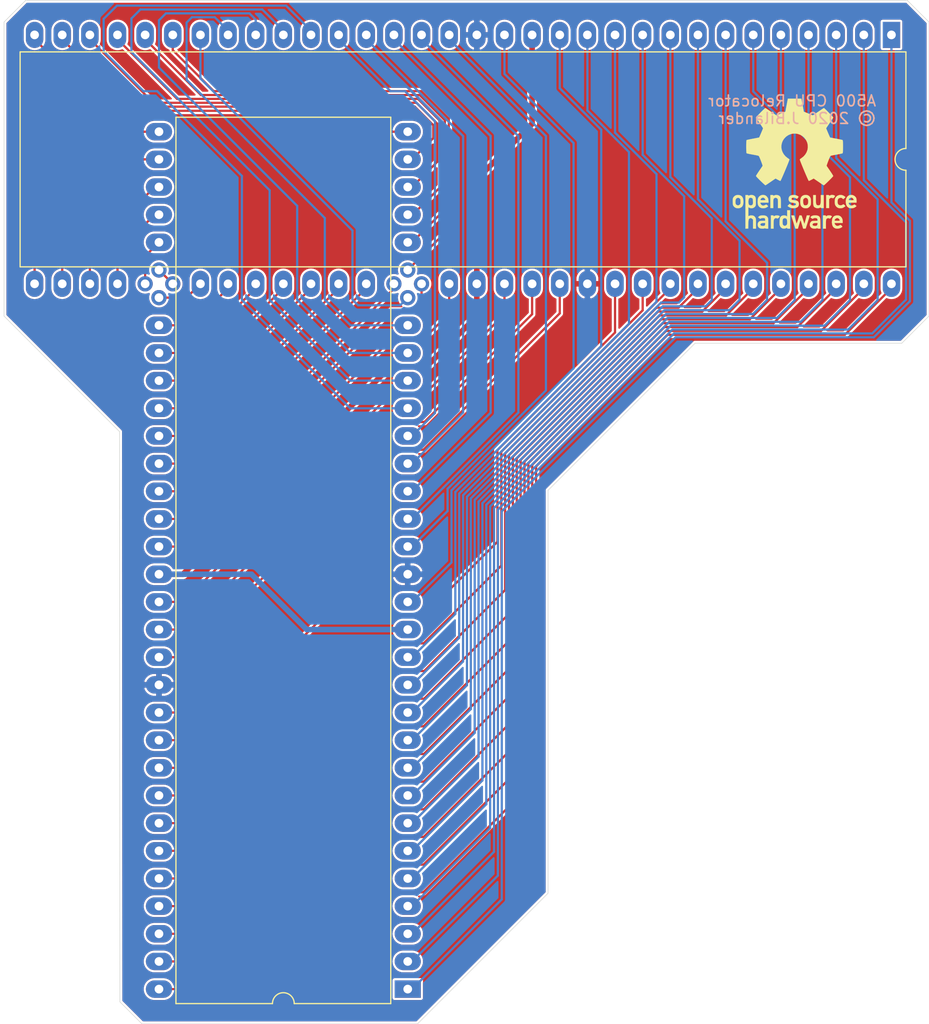
<source format=kicad_pcb>
(kicad_pcb (version 20171130) (host pcbnew "(5.1.2-1)-1")
  (layers (0 F.Cu signal) (31 B.Cu signal) (34 B.Paste user) (35 F.Paste user) (36 B.SilkS user) (37 F.SilkS user) (38 B.Mask user) (39 F.Mask user) (44 Edge.Cuts user))
  (net 0 "")
  (net 1 CLK)
  (net 2 D5)
  (net 3 A4)
  (net 4 D6)
  (net 5 A3)
  (net 6 D7)
  (net 7 A2)
  (net 8 D8)
  (net 9 A1)
  (net 10 D9)
  (net 11 FC0)
  (net 12 D10)
  (net 13 FC1)
  (net 14 D11)
  (net 15 FC2)
  (net 16 D12)
  (net 17 IPL0)
  (net 18 D13)
  (net 19 IPL1)
  (net 20 D14)
  (net 21 IPL2)
  (net 22 D15)
  (net 23 BERR)
  (net 24 GND)
  (net 25 VPA)
  (net 26 A23)
  (net 27 E)
  (net 28 A22)
  (net 29 VMA)
  (net 30 A21)
  (net 31 RESET)
  (net 32 VCC)
  (net 33 HALT)
  (net 34 A20)
  (net 35 A19)
  (net 36 A18)
  (net 37 A17)
  (net 38 BR)
  (net 39 A16)
  (net 40 BGACK)
  (net 41 A15)
  (net 42 BG)
  (net 43 A14)
  (net 44 DTACK)
  (net 45 A13)
  (net 46 RW)
  (net 47 A12)
  (net 48 LDS)
  (net 49 A11)
  (net 50 UDS)
  (net 51 A10)
  (net 52 AS)
  (net 53 A9)
  (net 54 D0)
  (net 55 A8)
  (net 56 D1)
  (net 57 A7)
  (net 58 D2)
  (net 59 A6)
  (net 60 D3)
  (net 61 A5)
  (net 62 D4)
  (module Package_DIP:DIP-64_W22.86mm_LongPads (layer F.Cu) (at 195.55 53.18 270)
    (fp_text reference U2 hide)
    (fp_text value 68000_shunt)
    (pad 1 thru_hole rect (at 0 0 270) (size 2.4 1.6) (drill 0.8) (layers *.Cu *.Mask) (net 62 D4))
    (pad 33 thru_hole oval (at 22.86 78.74 270) (size 2.4 1.6) (drill 0.8) (layers *.Cu *.Mask) (net 61 A5))
    (pad 2 thru_hole oval (at 0 2.54 270) (size 2.4 1.6) (drill 0.8) (layers *.Cu *.Mask) (net 60 D3))
    (pad 34 thru_hole oval (at 22.86 76.2 270) (size 2.4 1.6) (drill 0.8) (layers *.Cu *.Mask) (net 59 A6))
    (pad 3 thru_hole oval (at 0 5.08 270) (size 2.4 1.6) (drill 0.8) (layers *.Cu *.Mask) (net 58 D2))
    (pad 35 thru_hole oval (at 22.86 73.66 270) (size 2.4 1.6) (drill 0.8) (layers *.Cu *.Mask) (net 57 A7))
    (pad 4 thru_hole oval (at 0 7.62 270) (size 2.4 1.6) (drill 0.8) (layers *.Cu *.Mask) (net 56 D1))
    (pad 36 thru_hole oval (at 22.86 71.12 270) (size 2.4 1.6) (drill 0.8) (layers *.Cu *.Mask) (net 55 A8))
    (pad 5 thru_hole oval (at 0 10.16 270) (size 2.4 1.6) (drill 0.8) (layers *.Cu *.Mask) (net 54 D0))
    (pad 37 thru_hole oval (at 22.86 68.58 270) (size 1.4 1.4) (drill 0.8) (layers *.Cu *.Mask) (net 53 A9))
    (pad 6 thru_hole oval (at 0 12.7 270) (size 2.4 1.6) (drill 0.8) (layers *.Cu *.Mask) (net 52 AS))
    (pad 38 thru_hole oval (at 22.86 66.04 270) (size 1.4 1.4) (drill 0.8) (layers *.Cu *.Mask) (net 51 A10))
    (pad 7 thru_hole oval (at 0 15.24 270) (size 2.4 1.6) (drill 0.8) (layers *.Cu *.Mask) (net 50 UDS))
    (pad 39 thru_hole oval (at 22.86 63.5 270) (size 2.4 1.6) (drill 0.8) (layers *.Cu *.Mask) (net 49 A11))
    (pad 8 thru_hole oval (at 0 17.78 270) (size 2.4 1.6) (drill 0.8) (layers *.Cu *.Mask) (net 48 LDS))
    (pad 40 thru_hole oval (at 22.86 60.96 270) (size 2.4 1.6) (drill 0.8) (layers *.Cu *.Mask) (net 47 A12))
    (pad 9 thru_hole oval (at 0 20.32 270) (size 2.4 1.6) (drill 0.8) (layers *.Cu *.Mask) (net 46 RW))
    (pad 41 thru_hole oval (at 22.86 58.42 270) (size 2.4 1.6) (drill 0.8) (layers *.Cu *.Mask) (net 45 A13))
    (pad 10 thru_hole oval (at 0 22.86 270) (size 2.4 1.6) (drill 0.8) (layers *.Cu *.Mask) (net 44 DTACK))
    (pad 42 thru_hole oval (at 22.86 55.88 270) (size 2.4 1.6) (drill 0.8) (layers *.Cu *.Mask) (net 43 A14))
    (pad 11 thru_hole oval (at 0 25.4 270) (size 2.4 1.6) (drill 0.8) (layers *.Cu *.Mask) (net 42 BG))
    (pad 43 thru_hole oval (at 22.86 53.34 270) (size 2.4 1.6) (drill 0.8) (layers *.Cu *.Mask) (net 41 A15))
    (pad 12 thru_hole oval (at 0 27.94 270) (size 2.4 1.6) (drill 0.8) (layers *.Cu *.Mask) (net 40 BGACK))
    (pad 44 thru_hole oval (at 22.86 50.8 270) (size 2.4 1.6) (drill 0.8) (layers *.Cu *.Mask) (net 39 A16))
    (pad 13 thru_hole oval (at 0 30.48 270) (size 2.4 1.6) (drill 0.8) (layers *.Cu *.Mask) (net 38 BR))
    (pad 45 thru_hole oval (at 22.86 48.26 270) (size 2.4 1.6) (drill 0.8) (layers *.Cu *.Mask) (net 37 A17))
    (pad 14 thru_hole oval (at 0 33.02 270) (size 2.4 1.6) (drill 0.8) (layers *.Cu *.Mask) (net 32 VCC))
    (pad 46 thru_hole oval (at 22.86 45.72 270) (size 1.4 1.4) (drill 0.8) (layers *.Cu *.Mask) (net 36 A18))
    (pad 15 thru_hole oval (at 0 35.56 270) (size 2.4 1.6) (drill 0.8) (layers *.Cu *.Mask) (net 1 CLK))
    (pad 47 thru_hole oval (at 22.86 43.18 270) (size 1.4 1.4) (drill 0.8) (layers *.Cu *.Mask) (net 35 A19))
    (pad 16 thru_hole oval (at 0 38.1 270) (size 2.4 1.6) (drill 0.8) (layers *.Cu *.Mask) (net 24 GND))
    (pad 48 thru_hole oval (at 22.86 40.64 270) (size 2.4 1.6) (drill 0.8) (layers *.Cu *.Mask) (net 34 A20))
    (pad 17 thru_hole oval (at 0 40.64 270) (size 2.4 1.6) (drill 0.8) (layers *.Cu *.Mask) (net 33 HALT))
    (pad 49 thru_hole oval (at 22.86 38.1 270) (size 2.4 1.6) (drill 0.8) (layers *.Cu *.Mask) (net 32 VCC))
    (pad 18 thru_hole oval (at 0 43.18 270) (size 2.4 1.6) (drill 0.8) (layers *.Cu *.Mask) (net 31 RESET))
    (pad 50 thru_hole oval (at 22.86 35.56 270) (size 2.4 1.6) (drill 0.8) (layers *.Cu *.Mask) (net 30 A21))
    (pad 19 thru_hole oval (at 0 45.72 270) (size 2.4 1.6) (drill 0.8) (layers *.Cu *.Mask) (net 29 VMA))
    (pad 51 thru_hole oval (at 22.86 33.02 270) (size 2.4 1.6) (drill 0.8) (layers *.Cu *.Mask) (net 28 A22))
    (pad 20 thru_hole oval (at 0 48.26 270) (size 2.4 1.6) (drill 0.8) (layers *.Cu *.Mask) (net 27 E))
    (pad 52 thru_hole oval (at 22.86 30.48 270) (size 2.4 1.6) (drill 0.8) (layers *.Cu *.Mask) (net 26 A23))
    (pad 21 thru_hole oval (at 0 50.8 270) (size 2.4 1.6) (drill 0.8) (layers *.Cu *.Mask) (net 25 VPA))
    (pad 53 thru_hole oval (at 22.86 27.94 270) (size 2.4 1.6) (drill 0.8) (layers *.Cu *.Mask) (net 24 GND))
    (pad 22 thru_hole oval (at 0 53.34 270) (size 2.4 1.6) (drill 0.8) (layers *.Cu *.Mask) (net 23 BERR))
    (pad 54 thru_hole oval (at 22.86 25.4 270) (size 2.4 1.6) (drill 0.8) (layers *.Cu *.Mask) (net 22 D15))
    (pad 23 thru_hole oval (at 0 55.88 270) (size 2.4 1.6) (drill 0.8) (layers *.Cu *.Mask) (net 21 IPL2))
    (pad 55 thru_hole oval (at 22.86 22.86 270) (size 2.4 1.6) (drill 0.8) (layers *.Cu *.Mask) (net 20 D14))
    (pad 24 thru_hole oval (at 0 58.42 270) (size 2.4 1.6) (drill 0.8) (layers *.Cu *.Mask) (net 19 IPL1))
    (pad 56 thru_hole oval (at 22.86 20.32 270) (size 2.4 1.6) (drill 0.8) (layers *.Cu *.Mask) (net 18 D13))
    (pad 25 thru_hole oval (at 0 60.96 270) (size 2.4 1.6) (drill 0.8) (layers *.Cu *.Mask) (net 17 IPL0))
    (pad 57 thru_hole oval (at 22.86 17.78 270) (size 2.4 1.6) (drill 0.8) (layers *.Cu *.Mask) (net 16 D12))
    (pad 26 thru_hole oval (at 0 63.5 270) (size 2.4 1.6) (drill 0.8) (layers *.Cu *.Mask) (net 15 FC2))
    (pad 58 thru_hole oval (at 22.86 15.24 270) (size 2.4 1.6) (drill 0.8) (layers *.Cu *.Mask) (net 14 D11))
    (pad 27 thru_hole oval (at 0 66.04 270) (size 2.4 1.6) (drill 0.8) (layers *.Cu *.Mask) (net 13 FC1))
    (pad 59 thru_hole oval (at 22.86 12.7 270) (size 2.4 1.6) (drill 0.8) (layers *.Cu *.Mask) (net 12 D10))
    (pad 28 thru_hole oval (at 0 68.58 270) (size 2.4 1.6) (drill 0.8) (layers *.Cu *.Mask) (net 11 FC0))
    (pad 60 thru_hole oval (at 22.86 10.16 270) (size 2.4 1.6) (drill 0.8) (layers *.Cu *.Mask) (net 10 D9))
    (pad 29 thru_hole oval (at 0 71.12 270) (size 2.4 1.6) (drill 0.8) (layers *.Cu *.Mask) (net 9 A1))
    (pad 61 thru_hole oval (at 22.86 7.62 270) (size 2.4 1.6) (drill 0.8) (layers *.Cu *.Mask) (net 8 D8))
    (pad 30 thru_hole oval (at 0 73.66 270) (size 2.4 1.6) (drill 0.8) (layers *.Cu *.Mask) (net 7 A2))
    (pad 62 thru_hole oval (at 22.86 5.08 270) (size 2.4 1.6) (drill 0.8) (layers *.Cu *.Mask) (net 6 D7))
    (pad 31 thru_hole oval (at 0 76.2 270) (size 2.4 1.6) (drill 0.8) (layers *.Cu *.Mask) (net 5 A3))
    (pad 63 thru_hole oval (at 22.86 2.54 270) (size 2.4 1.6) (drill 0.8) (layers *.Cu *.Mask) (net 4 D6))
    (pad 32 thru_hole oval (at 0 78.74 270) (size 2.4 1.6) (drill 0.8) (layers *.Cu *.Mask) (net 3 A4))
    (pad 64 thru_hole oval (at 22.86 0 270) (size 2.4 1.6) (drill 0.8) (layers *.Cu *.Mask) (net 2 D5))
  )
  (module Package_DIP:DIP-64_W22.86mm_LongPads (layer F.Cu) (at 151.1 140.81 180)
    (fp_text reference U1 hide)
    (fp_text value 68000D)
    (pad 64 thru_hole oval (at 22.86 0 180) (size 2.4 1.6) (drill 0.8) (layers *.Cu *.Mask) (net 2 D5))
    (pad 32 thru_hole oval (at 0 78.74 180) (size 2.4 1.6) (drill 0.8) (layers *.Cu *.Mask) (net 3 A4))
    (pad 63 thru_hole oval (at 22.86 2.54 180) (size 2.4 1.6) (drill 0.8) (layers *.Cu *.Mask) (net 4 D6))
    (pad 31 thru_hole oval (at 0 76.2 180) (size 2.4 1.6) (drill 0.8) (layers *.Cu *.Mask) (net 5 A3))
    (pad 62 thru_hole oval (at 22.86 5.08 180) (size 2.4 1.6) (drill 0.8) (layers *.Cu *.Mask) (net 6 D7))
    (pad 30 thru_hole oval (at 0 73.66 180) (size 2.4 1.6) (drill 0.8) (layers *.Cu *.Mask) (net 7 A2))
    (pad 61 thru_hole oval (at 22.86 7.62 180) (size 2.4 1.6) (drill 0.8) (layers *.Cu *.Mask) (net 8 D8))
    (pad 29 thru_hole oval (at 0 71.12 180) (size 2.4 1.6) (drill 0.8) (layers *.Cu *.Mask) (net 9 A1))
    (pad 60 thru_hole oval (at 22.86 10.16 180) (size 2.4 1.6) (drill 0.8) (layers *.Cu *.Mask) (net 10 D9))
    (pad 28 thru_hole oval (at 0 68.58 180) (size 2.4 1.6) (drill 0.8) (layers *.Cu *.Mask) (net 11 FC0))
    (pad 59 thru_hole oval (at 22.86 12.7 180) (size 2.4 1.6) (drill 0.8) (layers *.Cu *.Mask) (net 12 D10))
    (pad 27 thru_hole oval (at 0 66.04 180) (size 1.4 1.4) (drill 0.8) (layers *.Cu *.Mask) (net 13 FC1))
    (pad 58 thru_hole oval (at 22.86 15.24 180) (size 2.4 1.6) (drill 0.8) (layers *.Cu *.Mask) (net 14 D11))
    (pad 26 thru_hole oval (at 0 63.5 180) (size 1.4 1.4) (drill 0.8) (layers *.Cu *.Mask) (net 15 FC2))
    (pad 57 thru_hole oval (at 22.86 17.78 180) (size 2.4 1.6) (drill 0.8) (layers *.Cu *.Mask) (net 16 D12))
    (pad 25 thru_hole oval (at 0 60.96 180) (size 2.4 1.6) (drill 0.8) (layers *.Cu *.Mask) (net 17 IPL0))
    (pad 56 thru_hole oval (at 22.86 20.32 180) (size 2.4 1.6) (drill 0.8) (layers *.Cu *.Mask) (net 18 D13))
    (pad 24 thru_hole oval (at 0 58.42 180) (size 2.4 1.6) (drill 0.8) (layers *.Cu *.Mask) (net 19 IPL1))
    (pad 55 thru_hole oval (at 22.86 22.86 180) (size 2.4 1.6) (drill 0.8) (layers *.Cu *.Mask) (net 20 D14))
    (pad 23 thru_hole oval (at 0 55.88 180) (size 2.4 1.6) (drill 0.8) (layers *.Cu *.Mask) (net 21 IPL2))
    (pad 54 thru_hole oval (at 22.86 25.4 180) (size 2.4 1.6) (drill 0.8) (layers *.Cu *.Mask) (net 22 D15))
    (pad 22 thru_hole oval (at 0 53.34 180) (size 2.4 1.6) (drill 0.8) (layers *.Cu *.Mask) (net 23 BERR))
    (pad 53 thru_hole oval (at 22.86 27.94 180) (size 2.4 1.6) (drill 0.8) (layers *.Cu *.Mask) (net 24 GND))
    (pad 21 thru_hole oval (at 0 50.8 180) (size 2.4 1.6) (drill 0.8) (layers *.Cu *.Mask) (net 25 VPA))
    (pad 52 thru_hole oval (at 22.86 30.48 180) (size 2.4 1.6) (drill 0.8) (layers *.Cu *.Mask) (net 26 A23))
    (pad 20 thru_hole oval (at 0 48.26 180) (size 2.4 1.6) (drill 0.8) (layers *.Cu *.Mask) (net 27 E))
    (pad 51 thru_hole oval (at 22.86 33.02 180) (size 2.4 1.6) (drill 0.8) (layers *.Cu *.Mask) (net 28 A22))
    (pad 19 thru_hole oval (at 0 45.72 180) (size 2.4 1.6) (drill 0.8) (layers *.Cu *.Mask) (net 29 VMA))
    (pad 50 thru_hole oval (at 22.86 35.56 180) (size 2.4 1.6) (drill 0.8) (layers *.Cu *.Mask) (net 30 A21))
    (pad 18 thru_hole oval (at 0 43.18 180) (size 2.4 1.6) (drill 0.8) (layers *.Cu *.Mask) (net 31 RESET))
    (pad 49 thru_hole oval (at 22.86 38.1 180) (size 2.4 1.6) (drill 0.8) (layers *.Cu *.Mask) (net 32 VCC))
    (pad 17 thru_hole oval (at 0 40.64 180) (size 2.4 1.6) (drill 0.8) (layers *.Cu *.Mask) (net 33 HALT))
    (pad 48 thru_hole oval (at 22.86 40.64 180) (size 2.4 1.6) (drill 0.8) (layers *.Cu *.Mask) (net 34 A20))
    (pad 16 thru_hole oval (at 0 38.1 180) (size 2.4 1.6) (drill 0.8) (layers *.Cu *.Mask) (net 24 GND))
    (pad 47 thru_hole oval (at 22.86 43.18 180) (size 2.4 1.6) (drill 0.8) (layers *.Cu *.Mask) (net 35 A19))
    (pad 15 thru_hole oval (at 0 35.56 180) (size 2.4 1.6) (drill 0.8) (layers *.Cu *.Mask) (net 1 CLK))
    (pad 46 thru_hole oval (at 22.86 45.72 180) (size 2.4 1.6) (drill 0.8) (layers *.Cu *.Mask) (net 36 A18))
    (pad 14 thru_hole oval (at 0 33.02 180) (size 2.4 1.6) (drill 0.8) (layers *.Cu *.Mask) (net 32 VCC))
    (pad 45 thru_hole oval (at 22.86 48.26 180) (size 2.4 1.6) (drill 0.8) (layers *.Cu *.Mask) (net 37 A17))
    (pad 13 thru_hole oval (at 0 30.48 180) (size 2.4 1.6) (drill 0.8) (layers *.Cu *.Mask) (net 38 BR))
    (pad 44 thru_hole oval (at 22.86 50.8 180) (size 2.4 1.6) (drill 0.8) (layers *.Cu *.Mask) (net 39 A16))
    (pad 12 thru_hole oval (at 0 27.94 180) (size 2.4 1.6) (drill 0.8) (layers *.Cu *.Mask) (net 40 BGACK))
    (pad 43 thru_hole oval (at 22.86 53.34 180) (size 2.4 1.6) (drill 0.8) (layers *.Cu *.Mask) (net 41 A15))
    (pad 11 thru_hole oval (at 0 25.4 180) (size 2.4 1.6) (drill 0.8) (layers *.Cu *.Mask) (net 42 BG))
    (pad 42 thru_hole oval (at 22.86 55.88 180) (size 2.4 1.6) (drill 0.8) (layers *.Cu *.Mask) (net 43 A14))
    (pad 10 thru_hole oval (at 0 22.86 180) (size 2.4 1.6) (drill 0.8) (layers *.Cu *.Mask) (net 44 DTACK))
    (pad 41 thru_hole oval (at 22.86 58.42 180) (size 2.4 1.6) (drill 0.8) (layers *.Cu *.Mask) (net 45 A13))
    (pad 9 thru_hole oval (at 0 20.32 180) (size 2.4 1.6) (drill 0.8) (layers *.Cu *.Mask) (net 46 RW))
    (pad 40 thru_hole oval (at 22.86 60.96 180) (size 2.4 1.6) (drill 0.8) (layers *.Cu *.Mask) (net 47 A12))
    (pad 8 thru_hole oval (at 0 17.78 180) (size 2.4 1.6) (drill 0.8) (layers *.Cu *.Mask) (net 48 LDS))
    (pad 39 thru_hole oval (at 22.86 63.5 180) (size 1.4 1.4) (drill 0.8) (layers *.Cu *.Mask) (net 49 A11))
    (pad 7 thru_hole oval (at 0 15.24 180) (size 2.4 1.6) (drill 0.8) (layers *.Cu *.Mask) (net 50 UDS))
    (pad 38 thru_hole oval (at 22.86 66.04 180) (size 1.4 1.4) (drill 0.8) (layers *.Cu *.Mask) (net 51 A10))
    (pad 6 thru_hole oval (at 0 12.7 180) (size 2.4 1.6) (drill 0.8) (layers *.Cu *.Mask) (net 52 AS))
    (pad 37 thru_hole oval (at 22.86 68.58 180) (size 2.4 1.6) (drill 0.8) (layers *.Cu *.Mask) (net 53 A9))
    (pad 5 thru_hole oval (at 0 10.16 180) (size 2.4 1.6) (drill 0.8) (layers *.Cu *.Mask) (net 54 D0))
    (pad 36 thru_hole oval (at 22.86 71.12 180) (size 2.4 1.6) (drill 0.8) (layers *.Cu *.Mask) (net 55 A8))
    (pad 4 thru_hole oval (at 0 7.62 180) (size 2.4 1.6) (drill 0.8) (layers *.Cu *.Mask) (net 56 D1))
    (pad 35 thru_hole oval (at 22.86 73.66 180) (size 2.4 1.6) (drill 0.8) (layers *.Cu *.Mask) (net 57 A7))
    (pad 3 thru_hole oval (at 0 5.08 180) (size 2.4 1.6) (drill 0.8) (layers *.Cu *.Mask) (net 58 D2))
    (pad 34 thru_hole oval (at 22.86 76.2 180) (size 2.4 1.6) (drill 0.8) (layers *.Cu *.Mask) (net 59 A6))
    (pad 2 thru_hole oval (at 0 2.54 180) (size 2.4 1.6) (drill 0.8) (layers *.Cu *.Mask) (net 60 D3))
    (pad 33 thru_hole oval (at 22.86 78.74 180) (size 2.4 1.6) (drill 0.8) (layers *.Cu *.Mask) (net 61 A5))
    (pad 1 thru_hole rect (at 0 0 180) (size 2.4 1.6) (drill 0.8) (layers *.Cu *.Mask) (net 62 D4))
  )
  (module Symbol:OSHW-Logo_11.4x12mm_SilkScreen (layer F.Cu) (at 186.6392 64.9986)
    (fp_text reference REF** hide)
    (fp_text value OSHW-Logo_11.4x12mm_SilkScreen hide)
  )
  (gr_text "A500 CPU Relocator\n© 2020 J.Bilander" (at 194.2338 60.0456) (layer B.SilkS) (effects (font (size 1 1)) (justify left mirror)))
  (gr_line (start 124.65 141.98) (end 126.67 144) (layer Edge.Cuts) (width 0.05))
  (gr_line (start 124.62 89.62) (end 124.65 141.98) (layer Edge.Cuts) (width 0.05))
  (gr_line (start 114 79) (end 124.62 89.62) (layer Edge.Cuts) (width 0.05))
  (gr_line (start 114 79) (end 114 52) (layer Edge.Cuts) (width 0.05))
  (gr_line (start 116 50) (end 114 52) (layer Edge.Cuts) (width 0.05))
  (gr_line (start 197 50) (end 116 50) (layer Edge.Cuts) (width 0.05))
  (gr_line (start 199 79) (end 199 52) (layer Edge.Cuts) (width 0.05))
  (gr_line (start 152 144) (end 126.67 144) (layer Edge.Cuts) (width 0.05))
  (gr_line (start 177.5 81.5) (end 164 95) (layer Edge.Cuts) (width 0.05))
  (gr_line (start 196.5 81.5) (end 177.5 81.5) (layer Edge.Cuts) (width 0.05))
  (gr_line (start 199 79) (end 196.5 81.5) (layer Edge.Cuts) (width 0.05))
  (gr_line (start 152 144) (end 164 132) (layer Edge.Cuts) (width 0.05))
  (gr_line (start 164 132) (end 164 95) (layer Edge.Cuts) (width 0.05))
  (gr_line (start 197 50) (end 199 52) (layer Edge.Cuts) (width 0.05))
  (segment (start 151.5 105.25) (end 151.1 105.25) (width 0.2032) (layer B.Cu) (net 1))
  (segment (start 155.118767 101.631233) (end 151.5 105.25) (width 0.2032) (layer B.Cu) (net 1))
  (segment (start 159.99 53.18) (end 159.99 56.76) (width 0.2032) (layer B.Cu) (net 1))
  (segment (start 166.34 83.792187) (end 155.118767 95.013416) (width 0.2032) (layer B.Cu) (net 1))
  (segment (start 159.99 56.76) (end 166.34 63.11) (width 0.2032) (layer B.Cu) (net 1))
  (segment (start 166.34 63.11) (end 166.34 83.792187) (width 0.2032) (layer B.Cu) (net 1))
  (segment (start 155.118767 95.013416) (end 155.118767 101.631233) (width 0.2032) (layer B.Cu) (net 1))
  (segment (start 134.66 140.81) (end 128.24 140.81) (width 0.2032) (layer F.Cu) (net 2))
  (segment (start 143.55 131.92) (end 134.66 140.81) (width 0.2032) (layer F.Cu) (net 2))
  (segment (start 152.53 131.92) (end 143.55 131.92) (width 0.2032) (layer F.Cu) (net 2))
  (segment (start 162.896145 121.553855) (end 152.53 131.92) (width 0.2032) (layer F.Cu) (net 2))
  (segment (start 162.896145 92.813926) (end 162.896145 121.553855) (width 0.2032) (layer F.Cu) (net 2))
  (segment (start 191.27 80.72) (end 174.99 80.72) (width 0.2032) (layer F.Cu) (net 2))
  (segment (start 195.55 76.44) (end 191.27 80.72) (width 0.2032) (layer F.Cu) (net 2))
  (segment (start 162.89611 92.81389) (end 162.896145 92.813926) (width 0.2032) (layer F.Cu) (net 2))
  (segment (start 174.99 80.72) (end 162.89611 92.81389) (width 0.2032) (layer F.Cu) (net 2))
  (segment (start 195.55 76.04) (end 195.55 76.44) (width 0.2032) (layer F.Cu) (net 2))
  (segment (start 116.81 53.58) (end 123.38 60.15) (width 0.2032) (layer F.Cu) (net 3))
  (segment (start 116.81 53.18) (end 116.81 53.58) (width 0.2032) (layer F.Cu) (net 3))
  (segment (start 149.6968 62.07) (end 151.1 62.07) (width 0.2032) (layer F.Cu) (net 3))
  (segment (start 147.7768 60.15) (end 149.6968 62.07) (width 0.2032) (layer F.Cu) (net 3))
  (segment (start 123.38 60.15) (end 147.7768 60.15) (width 0.2032) (layer F.Cu) (net 3))
  (segment (start 152.55 129.38) (end 143.63 129.38) (width 0.2032) (layer F.Cu) (net 4))
  (segment (start 143.63 129.38) (end 134.74 138.27) (width 0.2032) (layer F.Cu) (net 4))
  (segment (start 162.540499 119.389501) (end 152.55 129.38) (width 0.2032) (layer F.Cu) (net 4))
  (segment (start 134.74 138.27) (end 128.24 138.27) (width 0.2032) (layer F.Cu) (net 4))
  (segment (start 162.540499 92.666592) (end 162.540499 119.389501) (width 0.2032) (layer F.Cu) (net 4))
  (segment (start 174.842702 80.364389) (end 162.540499 92.666592) (width 0.2032) (layer F.Cu) (net 4))
  (segment (start 189.085611 80.364389) (end 174.842702 80.364389) (width 0.2032) (layer F.Cu) (net 4))
  (segment (start 193.01 76.44) (end 189.085611 80.364389) (width 0.2032) (layer F.Cu) (net 4))
  (segment (start 193.01 76.04) (end 193.01 76.44) (width 0.2032) (layer F.Cu) (net 4))
  (segment (start 125.54 59.77) (end 119.35 53.58) (width 0.2032) (layer F.Cu) (net 5))
  (segment (start 151.75 59.77) (end 125.54 59.77) (width 0.2032) (layer F.Cu) (net 5))
  (segment (start 153.45 62.66) (end 153.45 61.47) (width 0.2032) (layer F.Cu) (net 5))
  (segment (start 119.35 53.58) (end 119.35 53.18) (width 0.2032) (layer F.Cu) (net 5))
  (segment (start 153.45 61.47) (end 151.75 59.77) (width 0.2032) (layer F.Cu) (net 5))
  (segment (start 151.5 64.61) (end 153.45 62.66) (width 0.2032) (layer F.Cu) (net 5))
  (segment (start 151.1 64.61) (end 151.5 64.61) (width 0.2032) (layer F.Cu) (net 5))
  (segment (start 134.67 135.73) (end 128.24 135.73) (width 0.2032) (layer F.Cu) (net 6))
  (segment (start 152.56 126.84) (end 143.56 126.84) (width 0.2032) (layer F.Cu) (net 6))
  (segment (start 143.56 126.84) (end 134.67 135.73) (width 0.2032) (layer F.Cu) (net 6))
  (segment (start 162.184888 92.519294) (end 162.184888 117.215112) (width 0.2032) (layer F.Cu) (net 6))
  (segment (start 186.901222 80.008778) (end 174.695404 80.008778) (width 0.2032) (layer F.Cu) (net 6))
  (segment (start 174.695404 80.008778) (end 162.184888 92.519294) (width 0.2032) (layer F.Cu) (net 6))
  (segment (start 162.184888 117.215112) (end 152.56 126.84) (width 0.2032) (layer F.Cu) (net 6))
  (segment (start 190.47 76.44) (end 186.901222 80.008778) (width 0.2032) (layer F.Cu) (net 6))
  (segment (start 190.47 76.04) (end 190.47 76.44) (width 0.2032) (layer F.Cu) (net 6))
  (segment (start 151.5 67.15) (end 153.80561 64.84439) (width 0.2032) (layer F.Cu) (net 7))
  (segment (start 153.805609 61.322701) (end 151.897298 59.41439) (width 0.2032) (layer F.Cu) (net 7))
  (segment (start 153.80561 64.84439) (end 153.805609 61.322701) (width 0.2032) (layer F.Cu) (net 7))
  (segment (start 151.1 67.15) (end 151.5 67.15) (width 0.2032) (layer F.Cu) (net 7))
  (segment (start 121.89 53.58) (end 121.89 53.18) (width 0.2032) (layer F.Cu) (net 7))
  (segment (start 127.72439 59.41439) (end 121.89 53.58) (width 0.2032) (layer F.Cu) (net 7))
  (segment (start 151.897298 59.41439) (end 127.72439 59.41439) (width 0.2032) (layer F.Cu) (net 7))
  (segment (start 152.58 124.3) (end 143.77 124.3) (width 0.2032) (layer F.Cu) (net 8))
  (segment (start 143.77 124.3) (end 134.88 133.19) (width 0.2032) (layer F.Cu) (net 8))
  (segment (start 161.829277 115.050723) (end 152.58 124.3) (width 0.2032) (layer F.Cu) (net 8))
  (segment (start 174.548106 79.653167) (end 161.829277 92.371996) (width 0.2032) (layer F.Cu) (net 8))
  (segment (start 184.716833 79.653167) (end 174.548106 79.653167) (width 0.2032) (layer F.Cu) (net 8))
  (segment (start 134.88 133.19) (end 128.24 133.19) (width 0.2032) (layer F.Cu) (net 8))
  (segment (start 187.93 76.44) (end 184.716833 79.653167) (width 0.2032) (layer F.Cu) (net 8))
  (segment (start 161.829277 92.371996) (end 161.829277 115.050723) (width 0.2032) (layer F.Cu) (net 8))
  (segment (start 187.93 76.04) (end 187.93 76.44) (width 0.2032) (layer F.Cu) (net 8))
  (segment (start 124.43 53.58) (end 124.43 53.18) (width 0.2032) (layer F.Cu) (net 9))
  (segment (start 129.90878 59.05878) (end 124.43 53.58) (width 0.2032) (layer F.Cu) (net 9))
  (segment (start 151.1 69.69) (end 151.56 69.69) (width 0.2032) (layer F.Cu) (net 9))
  (segment (start 152.044596 59.05878) (end 129.90878 59.05878) (width 0.2032) (layer F.Cu) (net 9))
  (segment (start 151.56 69.69) (end 154.161218 67.088782) (width 0.2032) (layer F.Cu) (net 9))
  (segment (start 154.161218 61.175402) (end 152.044596 59.05878) (width 0.2032) (layer F.Cu) (net 9))
  (segment (start 154.161218 67.088782) (end 154.161218 61.175402) (width 0.2032) (layer F.Cu) (net 9))
  (segment (start 143.51 121.76) (end 134.62 130.65) (width 0.2032) (layer F.Cu) (net 10))
  (segment (start 134.62 130.65) (end 128.24 130.65) (width 0.2032) (layer F.Cu) (net 10))
  (segment (start 161.473666 112.856334) (end 152.57 121.76) (width 0.2032) (layer F.Cu) (net 10))
  (segment (start 152.57 121.76) (end 143.51 121.76) (width 0.2032) (layer F.Cu) (net 10))
  (segment (start 182.532444 79.297556) (end 174.400808 79.297556) (width 0.2032) (layer F.Cu) (net 10))
  (segment (start 185.39 76.44) (end 182.532444 79.297556) (width 0.2032) (layer F.Cu) (net 10))
  (segment (start 161.473666 92.224698) (end 161.473666 112.856334) (width 0.2032) (layer F.Cu) (net 10))
  (segment (start 174.400808 79.297556) (end 161.473666 92.224698) (width 0.2032) (layer F.Cu) (net 10))
  (segment (start 185.39 76.04) (end 185.39 76.44) (width 0.2032) (layer F.Cu) (net 10))
  (segment (start 154.516827 61.028103) (end 152.191894 58.70317) (width 0.2032) (layer F.Cu) (net 11))
  (segment (start 154.516828 69.213172) (end 154.516827 61.028103) (width 0.2032) (layer F.Cu) (net 11))
  (segment (start 151.5 72.23) (end 154.516828 69.213172) (width 0.2032) (layer F.Cu) (net 11))
  (segment (start 151.1 72.23) (end 151.5 72.23) (width 0.2032) (layer F.Cu) (net 11))
  (segment (start 126.97 53.58) (end 126.97 53.18) (width 0.2032) (layer F.Cu) (net 11))
  (segment (start 132.09317 58.70317) (end 126.97 53.58) (width 0.2032) (layer F.Cu) (net 11))
  (segment (start 152.191894 58.70317) (end 132.09317 58.70317) (width 0.2032) (layer F.Cu) (net 11))
  (segment (start 134.68 128.11) (end 128.24 128.11) (width 0.2032) (layer F.Cu) (net 12))
  (segment (start 152.58 119.22) (end 143.57 119.22) (width 0.2032) (layer F.Cu) (net 12))
  (segment (start 182.85 76.44) (end 180.348055 78.941945) (width 0.2032) (layer F.Cu) (net 12))
  (segment (start 161.118055 92.0774) (end 161.118055 110.681945) (width 0.2032) (layer F.Cu) (net 12))
  (segment (start 143.57 119.22) (end 134.68 128.11) (width 0.2032) (layer F.Cu) (net 12))
  (segment (start 174.25351 78.941945) (end 161.118055 92.0774) (width 0.2032) (layer F.Cu) (net 12))
  (segment (start 180.348055 78.941945) (end 174.25351 78.941945) (width 0.2032) (layer F.Cu) (net 12))
  (segment (start 161.118055 110.681945) (end 152.58 119.22) (width 0.2032) (layer F.Cu) (net 12))
  (segment (start 182.85 76.04) (end 182.85 76.44) (width 0.2032) (layer F.Cu) (net 12))
  (segment (start 129.51 54.5832) (end 133.27436 58.34756) (width 0.2032) (layer F.Cu) (net 13))
  (segment (start 129.51 53.18) (end 129.51 54.5832) (width 0.2032) (layer F.Cu) (net 13))
  (segment (start 151.799999 74.070001) (end 151.1 74.77) (width 0.2032) (layer F.Cu) (net 13))
  (segment (start 154.872436 70.997564) (end 151.799999 74.070001) (width 0.2032) (layer F.Cu) (net 13))
  (segment (start 154.872436 60.880806) (end 154.872436 70.997564) (width 0.2032) (layer F.Cu) (net 13))
  (segment (start 152.339193 58.347561) (end 154.872436 60.880806) (width 0.2032) (layer F.Cu) (net 13))
  (segment (start 133.27436 58.34756) (end 152.339193 58.347561) (width 0.2032) (layer F.Cu) (net 13))
  (segment (start 160.762444 91.930102) (end 160.762444 108.477556) (width 0.2032) (layer F.Cu) (net 14))
  (segment (start 174.106212 78.586334) (end 160.762444 91.930102) (width 0.2032) (layer F.Cu) (net 14))
  (segment (start 134.76 125.57) (end 128.24 125.57) (width 0.2032) (layer F.Cu) (net 14))
  (segment (start 160.762444 108.477556) (end 152.56 116.68) (width 0.2032) (layer F.Cu) (net 14))
  (segment (start 178.163666 78.586334) (end 174.106212 78.586334) (width 0.2032) (layer F.Cu) (net 14))
  (segment (start 152.56 116.68) (end 143.65 116.68) (width 0.2032) (layer F.Cu) (net 14))
  (segment (start 180.31 76.44) (end 178.163666 78.586334) (width 0.2032) (layer F.Cu) (net 14))
  (segment (start 143.65 116.68) (end 134.76 125.57) (width 0.2032) (layer F.Cu) (net 14))
  (segment (start 180.31 76.04) (end 180.31 76.44) (width 0.2032) (layer F.Cu) (net 14))
  (segment (start 146.539999 78.009999) (end 150.400001 78.009999) (width 0.2032) (layer B.Cu) (net 15))
  (segment (start 146.02 71.15) (end 146.02 77.49) (width 0.2032) (layer B.Cu) (net 15))
  (segment (start 132.05 57.18) (end 146.02 71.15) (width 0.2032) (layer B.Cu) (net 15))
  (segment (start 150.400001 78.009999) (end 151.1 77.31) (width 0.2032) (layer B.Cu) (net 15))
  (segment (start 146.02 77.49) (end 146.539999 78.009999) (width 0.2032) (layer B.Cu) (net 15))
  (segment (start 132.05 53.18) (end 132.05 57.18) (width 0.2032) (layer B.Cu) (net 15))
  (segment (start 143.59 114.14) (end 134.7 123.03) (width 0.2032) (layer F.Cu) (net 16))
  (segment (start 134.7 123.03) (end 128.24 123.03) (width 0.2032) (layer F.Cu) (net 16))
  (segment (start 152.61 114.14) (end 143.59 114.14) (width 0.2032) (layer F.Cu) (net 16))
  (segment (start 160.406833 106.343167) (end 152.61 114.14) (width 0.2032) (layer F.Cu) (net 16))
  (segment (start 160.406833 91.782804) (end 160.406833 106.343167) (width 0.2032) (layer F.Cu) (net 16))
  (segment (start 173.958914 78.230723) (end 160.406833 91.782804) (width 0.2032) (layer F.Cu) (net 16))
  (segment (start 175.979277 78.230723) (end 173.958914 78.230723) (width 0.2032) (layer F.Cu) (net 16))
  (segment (start 177.77 76.44) (end 175.979277 78.230723) (width 0.2032) (layer F.Cu) (net 16))
  (segment (start 177.77 76.04) (end 177.77 76.44) (width 0.2032) (layer F.Cu) (net 16))
  (segment (start 143.48 77.49) (end 145.84 79.85) (width 0.2032) (layer B.Cu) (net 17))
  (segment (start 145.84 79.85) (end 151.1 79.85) (width 0.2032) (layer B.Cu) (net 17))
  (segment (start 143.48 70) (end 143.48 77.49) (width 0.2032) (layer B.Cu) (net 17))
  (segment (start 133.36683 51.55683) (end 131.27317 51.55683) (width 0.2032) (layer B.Cu) (net 17))
  (segment (start 130.78 57.3) (end 143.48 70) (width 0.2032) (layer B.Cu) (net 17))
  (segment (start 131.27317 51.55683) (end 130.78 52.05) (width 0.2032) (layer B.Cu) (net 17))
  (segment (start 134.59 52.78) (end 133.36683 51.55683) (width 0.2032) (layer B.Cu) (net 17))
  (segment (start 130.78 52.05) (end 130.78 57.3) (width 0.2032) (layer B.Cu) (net 17))
  (segment (start 134.59 53.18) (end 134.59 52.78) (width 0.2032) (layer B.Cu) (net 17))
  (segment (start 134.77 120.49) (end 128.24 120.49) (width 0.2032) (layer F.Cu) (net 18))
  (segment (start 143.66 111.6) (end 134.77 120.49) (width 0.2032) (layer F.Cu) (net 18))
  (segment (start 152.61 111.6) (end 143.66 111.6) (width 0.2032) (layer F.Cu) (net 18))
  (segment (start 175.23 76.04) (end 175.23 76.44) (width 0.2032) (layer F.Cu) (net 18))
  (segment (start 160.051222 91.618778) (end 160.051222 104.158778) (width 0.2032) (layer F.Cu) (net 18))
  (segment (start 175.23 76.44) (end 160.051222 91.618778) (width 0.2032) (layer F.Cu) (net 18))
  (segment (start 160.051222 104.158778) (end 152.61 111.6) (width 0.2032) (layer F.Cu) (net 18))
  (segment (start 149.6968 82.39) (end 151.1 82.39) (width 0.2032) (layer B.Cu) (net 19))
  (segment (start 145.83 82.39) (end 149.6968 82.39) (width 0.2032) (layer B.Cu) (net 19))
  (segment (start 140.94 68.88) (end 140.94 77.5) (width 0.2032) (layer B.Cu) (net 19))
  (segment (start 128.24 56.18) (end 140.94 68.88) (width 0.2032) (layer B.Cu) (net 19))
  (segment (start 137.13 53.18) (end 137.13 51.7768) (width 0.2032) (layer B.Cu) (net 19))
  (segment (start 128.87878 51.20122) (end 128.24 51.84) (width 0.2032) (layer B.Cu) (net 19))
  (segment (start 136.55442 51.20122) (end 128.87878 51.20122) (width 0.2032) (layer B.Cu) (net 19))
  (segment (start 140.94 77.5) (end 145.83 82.39) (width 0.2032) (layer B.Cu) (net 19))
  (segment (start 137.13 51.7768) (end 136.55442 51.20122) (width 0.2032) (layer B.Cu) (net 19))
  (segment (start 128.24 51.84) (end 128.24 56.18) (width 0.2032) (layer B.Cu) (net 19))
  (segment (start 143.49 109.06) (end 134.6 117.95) (width 0.2032) (layer F.Cu) (net 20))
  (segment (start 159.695611 101.924389) (end 152.56 109.06) (width 0.2032) (layer F.Cu) (net 20))
  (segment (start 159.695611 91.467297) (end 159.695611 101.924389) (width 0.2032) (layer F.Cu) (net 20))
  (segment (start 134.6 117.95) (end 128.24 117.95) (width 0.2032) (layer F.Cu) (net 20))
  (segment (start 152.56 109.06) (end 143.49 109.06) (width 0.2032) (layer F.Cu) (net 20))
  (segment (start 172.69 78.472908) (end 159.695611 91.467297) (width 0.2032) (layer F.Cu) (net 20))
  (segment (start 172.69 76.04) (end 172.69 78.472908) (width 0.2032) (layer F.Cu) (net 20))
  (segment (start 149.6968 84.93) (end 151.1 84.93) (width 0.2032) (layer B.Cu) (net 21))
  (segment (start 145.83 84.93) (end 149.6968 84.93) (width 0.2032) (layer B.Cu) (net 21))
  (segment (start 138.41 67.45) (end 138.41 77.51) (width 0.2032) (layer B.Cu) (net 21))
  (segment (start 125.71 54.75) (end 138.41 67.45) (width 0.2032) (layer B.Cu) (net 21))
  (segment (start 126.53439 50.84561) (end 125.71 51.67) (width 0.2032) (layer B.Cu) (net 21))
  (segment (start 137.73561 50.84561) (end 126.53439 50.84561) (width 0.2032) (layer B.Cu) (net 21))
  (segment (start 125.71 51.67) (end 125.71 54.75) (width 0.2032) (layer B.Cu) (net 21))
  (segment (start 139.67 52.78) (end 137.73561 50.84561) (width 0.2032) (layer B.Cu) (net 21))
  (segment (start 138.41 77.51) (end 145.83 84.93) (width 0.2032) (layer B.Cu) (net 21))
  (segment (start 139.67 53.18) (end 139.67 52.78) (width 0.2032) (layer B.Cu) (net 21))
  (segment (start 134.54 115.41) (end 128.24 115.41) (width 0.2032) (layer F.Cu) (net 22))
  (segment (start 143.43 106.52) (end 134.54 115.41) (width 0.2032) (layer F.Cu) (net 22))
  (segment (start 152.55 106.52) (end 143.43 106.52) (width 0.2032) (layer F.Cu) (net 22))
  (segment (start 159.34 99.73) (end 152.55 106.52) (width 0.2032) (layer F.Cu) (net 22))
  (segment (start 170.15 76.04) (end 170.15 80.51) (width 0.2032) (layer F.Cu) (net 22))
  (segment (start 159.34 91.32) (end 159.34 99.73) (width 0.2032) (layer F.Cu) (net 22))
  (segment (start 170.15 80.51) (end 159.34 91.32) (width 0.2032) (layer F.Cu) (net 22))
  (segment (start 149.6968 87.47) (end 151.1 87.47) (width 0.2032) (layer B.Cu) (net 23))
  (segment (start 145.81 87.47) (end 149.6968 87.47) (width 0.2032) (layer B.Cu) (net 23))
  (segment (start 135.86 77.52) (end 145.81 87.47) (width 0.2032) (layer B.Cu) (net 23))
  (segment (start 135.86 66.13) (end 135.86 77.52) (width 0.2032) (layer B.Cu) (net 23))
  (segment (start 123.16 54.69) (end 126.82 58.35) (width 0.2032) (layer B.Cu) (net 23))
  (segment (start 126.82 58.35) (end 128.08 58.35) (width 0.2032) (layer B.Cu) (net 23))
  (segment (start 128.08 58.35) (end 135.86 66.13) (width 0.2032) (layer B.Cu) (net 23))
  (segment (start 124.38 50.49) (end 123.16 51.71) (width 0.2032) (layer B.Cu) (net 23))
  (segment (start 123.16 51.71) (end 123.16 54.69) (width 0.2032) (layer B.Cu) (net 23))
  (segment (start 142.21 53.18) (end 142.21 52.78) (width 0.2032) (layer B.Cu) (net 23))
  (segment (start 139.92 50.49) (end 124.38 50.49) (width 0.2032) (layer B.Cu) (net 23))
  (segment (start 142.21 52.78) (end 139.92 50.49) (width 0.2032) (layer B.Cu) (net 23))
  (segment (start 153.6 87.91) (end 151.5 90.01) (width 0.2032) (layer B.Cu) (net 25))
  (segment (start 144.75 53.18) (end 144.75 53.58) (width 0.2032) (layer B.Cu) (net 25))
  (segment (start 144.75 53.58) (end 149.52 58.35) (width 0.2032) (layer B.Cu) (net 25))
  (segment (start 153.6 61.1) (end 153.6 87.91) (width 0.2032) (layer B.Cu) (net 25))
  (segment (start 150.85 58.35) (end 153.6 61.1) (width 0.2032) (layer B.Cu) (net 25))
  (segment (start 151.5 90.01) (end 151.1 90.01) (width 0.2032) (layer B.Cu) (net 25))
  (segment (start 149.52 58.35) (end 150.85 58.35) (width 0.2032) (layer B.Cu) (net 25))
  (segment (start 149.54 91.28) (end 130.49 110.33) (width 0.2032) (layer F.Cu) (net 26))
  (segment (start 129.6432 110.33) (end 128.24 110.33) (width 0.2032) (layer F.Cu) (net 26))
  (segment (start 152.54 91.28) (end 149.54 91.28) (width 0.2032) (layer F.Cu) (net 26))
  (segment (start 130.49 110.33) (end 129.6432 110.33) (width 0.2032) (layer F.Cu) (net 26))
  (segment (start 165.07 78.75) (end 152.54 91.28) (width 0.2032) (layer F.Cu) (net 26))
  (segment (start 165.07 76.04) (end 165.07 78.75) (width 0.2032) (layer F.Cu) (net 26))
  (segment (start 147.29 53.58) (end 156.19 62.48) (width 0.2032) (layer B.Cu) (net 27))
  (segment (start 147.29 53.18) (end 147.29 53.58) (width 0.2032) (layer B.Cu) (net 27))
  (segment (start 156.19 87.86) (end 151.5 92.55) (width 0.2032) (layer B.Cu) (net 27))
  (segment (start 151.5 92.55) (end 151.1 92.55) (width 0.2032) (layer B.Cu) (net 27))
  (segment (start 156.19 62.48) (end 156.19 87.86) (width 0.2032) (layer B.Cu) (net 27))
  (segment (start 130.46 107.79) (end 128.24 107.79) (width 0.2032) (layer F.Cu) (net 28))
  (segment (start 152.63 88.73) (end 149.52 88.73) (width 0.2032) (layer F.Cu) (net 28))
  (segment (start 162.53 78.83) (end 152.63 88.73) (width 0.2032) (layer F.Cu) (net 28))
  (segment (start 149.52 88.73) (end 130.46 107.79) (width 0.2032) (layer F.Cu) (net 28))
  (segment (start 162.53 76.04) (end 162.53 78.83) (width 0.2032) (layer F.Cu) (net 28))
  (segment (start 149.83 53.58) (end 158.72 62.47) (width 0.2032) (layer B.Cu) (net 29))
  (segment (start 149.83 53.18) (end 149.83 53.58) (width 0.2032) (layer B.Cu) (net 29))
  (segment (start 151.5 95.09) (end 151.1 95.09) (width 0.2032) (layer B.Cu) (net 29))
  (segment (start 158.72 87.87) (end 151.5 95.09) (width 0.2032) (layer B.Cu) (net 29))
  (segment (start 158.72 62.47) (end 158.72 87.87) (width 0.2032) (layer B.Cu) (net 29))
  (segment (start 129.6432 105.25) (end 128.24 105.25) (width 0.2032) (layer F.Cu) (net 30))
  (segment (start 149.52 86.2) (end 130.47 105.25) (width 0.2032) (layer F.Cu) (net 30))
  (segment (start 130.47 105.25) (end 129.6432 105.25) (width 0.2032) (layer F.Cu) (net 30))
  (segment (start 152.62 86.2) (end 149.52 86.2) (width 0.2032) (layer F.Cu) (net 30))
  (segment (start 159.99 78.83) (end 152.62 86.2) (width 0.2032) (layer F.Cu) (net 30))
  (segment (start 159.99 76.04) (end 159.99 78.83) (width 0.2032) (layer F.Cu) (net 30))
  (segment (start 152.37 53.58) (end 161.27 62.48) (width 0.2032) (layer B.Cu) (net 31))
  (segment (start 154.407545 94.722455) (end 151.5 97.63) (width 0.2032) (layer B.Cu) (net 31))
  (segment (start 152.37 53.18) (end 152.37 53.58) (width 0.2032) (layer B.Cu) (net 31))
  (segment (start 161.27 87.856369) (end 154.407545 94.71882) (width 0.2032) (layer B.Cu) (net 31))
  (segment (start 154.407545 94.71882) (end 154.407545 94.722455) (width 0.2032) (layer B.Cu) (net 31))
  (segment (start 161.27 62.48) (end 161.27 87.856369) (width 0.2032) (layer B.Cu) (net 31))
  (segment (start 151.5 97.63) (end 151.1 97.63) (width 0.2032) (layer B.Cu) (net 31))
  (segment (start 162.53 61.35) (end 162.53 53.18) (width 0.508) (layer F.Cu) (net 32))
  (segment (start 157.45 66.43) (end 162.53 61.35) (width 0.508) (layer F.Cu) (net 32))
  (segment (start 157.45 76.04) (end 157.45 66.43) (width 0.508) (layer F.Cu) (net 32))
  (segment (start 130.44 102.71) (end 129.948 102.71) (width 0.508) (layer F.Cu) (net 32))
  (segment (start 149.49 83.66) (end 130.44 102.71) (width 0.508) (layer F.Cu) (net 32))
  (segment (start 152.81 83.66) (end 149.49 83.66) (width 0.508) (layer F.Cu) (net 32))
  (segment (start 129.948 102.71) (end 128.24 102.71) (width 0.508) (layer F.Cu) (net 32))
  (segment (start 157.45 79.02) (end 152.81 83.66) (width 0.508) (layer F.Cu) (net 32))
  (segment (start 157.45 76.04) (end 157.45 79.02) (width 0.508) (layer F.Cu) (net 32))
  (segment (start 141.82 107.79) (end 151.1 107.79) (width 0.508) (layer B.Cu) (net 32))
  (segment (start 136.74 102.71) (end 141.82 107.79) (width 0.508) (layer B.Cu) (net 32))
  (segment (start 128.24 102.71) (end 136.74 102.71) (width 0.508) (layer B.Cu) (net 32))
  (segment (start 154.91 53.18) (end 154.91 53.58) (width 0.2032) (layer B.Cu) (net 33))
  (segment (start 154.91 53.58) (end 163.8 62.47) (width 0.2032) (layer B.Cu) (net 33))
  (segment (start 154.763156 94.866118) (end 154.763156 96.906844) (width 0.2032) (layer B.Cu) (net 33))
  (segment (start 151.5 100.17) (end 151.1 100.17) (width 0.2032) (layer B.Cu) (net 33))
  (segment (start 163.8 62.47) (end 163.8 85.829279) (width 0.2032) (layer B.Cu) (net 33))
  (segment (start 163.8 85.829279) (end 154.763156 94.866118) (width 0.2032) (layer B.Cu) (net 33))
  (segment (start 154.763156 96.906844) (end 151.5 100.17) (width 0.2032) (layer B.Cu) (net 33))
  (segment (start 149.6 81.12) (end 130.55 100.17) (width 0.2032) (layer F.Cu) (net 34))
  (segment (start 130.55 100.17) (end 128.24 100.17) (width 0.2032) (layer F.Cu) (net 34))
  (segment (start 152.55 81.12) (end 149.6 81.12) (width 0.2032) (layer F.Cu) (net 34))
  (segment (start 154.91 78.76) (end 152.55 81.12) (width 0.2032) (layer F.Cu) (net 34))
  (segment (start 154.91 76.04) (end 154.91 78.76) (width 0.2032) (layer F.Cu) (net 34))
  (segment (start 130.43 97.63) (end 128.24 97.63) (width 0.2032) (layer F.Cu) (net 35))
  (segment (start 151.81 78.5) (end 149.56 78.5) (width 0.2032) (layer F.Cu) (net 35))
  (segment (start 152.37 77.94) (end 151.81 78.5) (width 0.2032) (layer F.Cu) (net 35))
  (segment (start 149.56 78.5) (end 130.43 97.63) (width 0.2032) (layer F.Cu) (net 35))
  (segment (start 152.37 76.04) (end 152.37 77.94) (width 0.2032) (layer F.Cu) (net 35))
  (segment (start 131.22 95.09) (end 149.83 76.48) (width 0.2032) (layer F.Cu) (net 36))
  (segment (start 149.83 76.48) (end 149.83 76.04) (width 0.2032) (layer F.Cu) (net 36))
  (segment (start 128.24 95.09) (end 131.22 95.09) (width 0.2032) (layer F.Cu) (net 36))
  (segment (start 147.29 76.44) (end 147.29 76.04) (width 0.2032) (layer F.Cu) (net 37))
  (segment (start 131.18 92.55) (end 147.29 76.44) (width 0.2032) (layer F.Cu) (net 37))
  (segment (start 128.24 92.55) (end 131.18 92.55) (width 0.2032) (layer F.Cu) (net 37))
  (segment (start 168.88 81.755095) (end 155.474378 95.160714) (width 0.2032) (layer B.Cu) (net 38))
  (segment (start 151.5 110.33) (end 151.1 110.33) (width 0.2032) (layer B.Cu) (net 38))
  (segment (start 165.07 58.08) (end 168.88 61.89) (width 0.2032) (layer B.Cu) (net 38))
  (segment (start 155.474378 95.160714) (end 155.474378 106.355622) (width 0.2032) (layer B.Cu) (net 38))
  (segment (start 155.474378 106.355622) (end 151.5 110.33) (width 0.2032) (layer B.Cu) (net 38))
  (segment (start 165.07 53.18) (end 165.07 58.08) (width 0.2032) (layer B.Cu) (net 38))
  (segment (start 168.88 61.89) (end 168.88 81.755095) (width 0.2032) (layer B.Cu) (net 38))
  (segment (start 144.75 76.44) (end 144.75 76.04) (width 0.2032) (layer F.Cu) (net 39))
  (segment (start 131.18 90.01) (end 144.75 76.44) (width 0.2032) (layer F.Cu) (net 39))
  (segment (start 128.24 90.01) (end 131.18 90.01) (width 0.2032) (layer F.Cu) (net 39))
  (segment (start 167.61 60.117092) (end 171.43 63.937092) (width 0.2032) (layer B.Cu) (net 40))
  (segment (start 171.43 63.937092) (end 171.43 79.708003) (width 0.2032) (layer B.Cu) (net 40))
  (segment (start 171.43 79.708003) (end 155.829989 95.308012) (width 0.2032) (layer B.Cu) (net 40))
  (segment (start 155.829989 108.540011) (end 151.5 112.87) (width 0.2032) (layer B.Cu) (net 40))
  (segment (start 167.61 53.18) (end 167.61 60.117092) (width 0.2032) (layer B.Cu) (net 40))
  (segment (start 155.829989 95.308012) (end 155.829989 108.540011) (width 0.2032) (layer B.Cu) (net 40))
  (segment (start 151.5 112.87) (end 151.1 112.87) (width 0.2032) (layer B.Cu) (net 40))
  (segment (start 131.18 87.47) (end 142.21 76.44) (width 0.2032) (layer F.Cu) (net 41))
  (segment (start 142.21 76.44) (end 142.21 76.04) (width 0.2032) (layer F.Cu) (net 41))
  (segment (start 128.24 87.47) (end 131.18 87.47) (width 0.2032) (layer F.Cu) (net 41))
  (segment (start 156.1856 110.7244) (end 151.5 115.41) (width 0.2032) (layer B.Cu) (net 42))
  (segment (start 173.96 65.964184) (end 173.96 77.680911) (width 0.2032) (layer B.Cu) (net 42))
  (segment (start 170.15 53.18) (end 170.15 62.154184) (width 0.2032) (layer B.Cu) (net 42))
  (segment (start 156.1856 95.45531) (end 156.1856 110.7244) (width 0.2032) (layer B.Cu) (net 42))
  (segment (start 170.15 62.154184) (end 173.96 65.964184) (width 0.2032) (layer B.Cu) (net 42))
  (segment (start 173.96 77.680911) (end 156.1856 95.45531) (width 0.2032) (layer B.Cu) (net 42))
  (segment (start 151.5 115.41) (end 151.1 115.41) (width 0.2032) (layer B.Cu) (net 42))
  (segment (start 139.67 76.44) (end 139.67 76.04) (width 0.2032) (layer F.Cu) (net 43))
  (segment (start 131.18 84.93) (end 139.67 76.44) (width 0.2032) (layer F.Cu) (net 43))
  (segment (start 128.24 84.93) (end 131.18 84.93) (width 0.2032) (layer F.Cu) (net 43))
  (segment (start 174.393098 77.750721) (end 156.541211 95.602608) (width 0.2032) (layer B.Cu) (net 44))
  (segment (start 176.029279 77.750721) (end 174.393098 77.750721) (width 0.2032) (layer B.Cu) (net 44))
  (segment (start 156.541211 112.908789) (end 151.5 117.95) (width 0.2032) (layer B.Cu) (net 44))
  (segment (start 156.541211 95.602608) (end 156.541211 112.908789) (width 0.2032) (layer B.Cu) (net 44))
  (segment (start 176.5 77.28) (end 176.029279 77.750721) (width 0.2032) (layer B.Cu) (net 44))
  (segment (start 176.5 68.001276) (end 176.5 77.28) (width 0.2032) (layer B.Cu) (net 44))
  (segment (start 151.5 117.95) (end 151.1 117.95) (width 0.2032) (layer B.Cu) (net 44))
  (segment (start 172.69 64.191276) (end 176.5 68.001276) (width 0.2032) (layer B.Cu) (net 44))
  (segment (start 172.69 53.18) (end 172.69 64.191276) (width 0.2032) (layer B.Cu) (net 44))
  (segment (start 137.13 76.44) (end 137.13 76.04) (width 0.2032) (layer F.Cu) (net 45))
  (segment (start 131.18 82.39) (end 137.13 76.44) (width 0.2032) (layer F.Cu) (net 45))
  (segment (start 128.24 82.39) (end 131.18 82.39) (width 0.2032) (layer F.Cu) (net 45))
  (segment (start 174.540396 78.106332) (end 156.896822 95.749906) (width 0.2032) (layer B.Cu) (net 46))
  (segment (start 175.23 66.228368) (end 179.04 70.038368) (width 0.2032) (layer B.Cu) (net 46))
  (segment (start 156.896822 95.749906) (end 156.896822 115.093178) (width 0.2032) (layer B.Cu) (net 46))
  (segment (start 179.04 70.038368) (end 179.04 77.54) (width 0.2032) (layer B.Cu) (net 46))
  (segment (start 179.04 77.54) (end 178.473668 78.106332) (width 0.2032) (layer B.Cu) (net 46))
  (segment (start 178.473668 78.106332) (end 174.540396 78.106332) (width 0.2032) (layer B.Cu) (net 46))
  (segment (start 156.896822 115.093178) (end 151.5 120.49) (width 0.2032) (layer B.Cu) (net 46))
  (segment (start 151.5 120.49) (end 151.1 120.49) (width 0.2032) (layer B.Cu) (net 46))
  (segment (start 175.23 53.18) (end 175.23 66.228368) (width 0.2032) (layer B.Cu) (net 46))
  (segment (start 134.59 76.44) (end 134.59 76.04) (width 0.2032) (layer F.Cu) (net 47))
  (segment (start 131.18 79.85) (end 134.59 76.44) (width 0.2032) (layer F.Cu) (net 47))
  (segment (start 128.24 79.85) (end 131.18 79.85) (width 0.2032) (layer F.Cu) (net 47))
  (segment (start 151.5 123.03) (end 151.1 123.03) (width 0.2032) (layer B.Cu) (net 48))
  (segment (start 180.648057 78.461943) (end 174.687694 78.461943) (width 0.2032) (layer B.Cu) (net 48))
  (segment (start 181.59 77.52) (end 180.648057 78.461943) (width 0.2032) (layer B.Cu) (net 48))
  (segment (start 157.252433 95.897204) (end 157.252433 117.277567) (width 0.2032) (layer B.Cu) (net 48))
  (segment (start 177.77 68.26546) (end 181.59 72.08546) (width 0.2032) (layer B.Cu) (net 48))
  (segment (start 157.252433 117.277567) (end 151.5 123.03) (width 0.2032) (layer B.Cu) (net 48))
  (segment (start 181.59 72.08546) (end 181.59 77.52) (width 0.2032) (layer B.Cu) (net 48))
  (segment (start 174.687694 78.461943) (end 157.252433 95.897204) (width 0.2032) (layer B.Cu) (net 48))
  (segment (start 177.77 53.18) (end 177.77 68.26546) (width 0.2032) (layer B.Cu) (net 48))
  (segment (start 129.229949 77.31) (end 128.24 77.31) (width 0.2032) (layer F.Cu) (net 49))
  (segment (start 130.78 77.31) (end 129.229949 77.31) (width 0.2032) (layer F.Cu) (net 49))
  (segment (start 132.05 76.04) (end 130.78 77.31) (width 0.2032) (layer F.Cu) (net 49))
  (segment (start 184.12 77.52) (end 182.822446 78.817554) (width 0.2032) (layer B.Cu) (net 50))
  (segment (start 157.608044 119.461956) (end 151.5 125.57) (width 0.2032) (layer B.Cu) (net 50))
  (segment (start 157.608044 96.044502) (end 157.608044 119.461956) (width 0.2032) (layer B.Cu) (net 50))
  (segment (start 180.31 53.18) (end 180.31 70.302552) (width 0.2032) (layer B.Cu) (net 50))
  (segment (start 184.12 74.112552) (end 184.12 77.52) (width 0.2032) (layer B.Cu) (net 50))
  (segment (start 174.834992 78.817554) (end 157.608044 96.044502) (width 0.2032) (layer B.Cu) (net 50))
  (segment (start 151.5 125.57) (end 151.1 125.57) (width 0.2032) (layer B.Cu) (net 50))
  (segment (start 180.31 70.302552) (end 184.12 74.112552) (width 0.2032) (layer B.Cu) (net 50))
  (segment (start 182.822446 78.817554) (end 174.834992 78.817554) (width 0.2032) (layer B.Cu) (net 50))
  (segment (start 128.24 74.77) (end 129.51 76.04) (width 0.2032) (layer F.Cu) (net 51))
  (segment (start 157.963655 121.646345) (end 151.5 128.11) (width 0.2032) (layer B.Cu) (net 52))
  (segment (start 157.963655 96.1918) (end 157.963655 121.646345) (width 0.2032) (layer B.Cu) (net 52))
  (segment (start 186.66 62.18) (end 186.66 77.54) (width 0.2032) (layer B.Cu) (net 52))
  (segment (start 182.85 58.37) (end 186.66 62.18) (width 0.2032) (layer B.Cu) (net 52))
  (segment (start 185.026835 79.173165) (end 174.98229 79.173165) (width 0.2032) (layer B.Cu) (net 52))
  (segment (start 182.85 53.18) (end 182.85 58.37) (width 0.2032) (layer B.Cu) (net 52))
  (segment (start 174.98229 79.173165) (end 157.963655 96.1918) (width 0.2032) (layer B.Cu) (net 52))
  (segment (start 151.5 128.11) (end 151.1 128.11) (width 0.2032) (layer B.Cu) (net 52))
  (segment (start 186.66 77.54) (end 185.026835 79.173165) (width 0.2032) (layer B.Cu) (net 52))
  (segment (start 126.97 75.050051) (end 126.97 76.04) (width 0.2032) (layer F.Cu) (net 53))
  (segment (start 126.97 73.5) (end 126.97 75.050051) (width 0.2032) (layer F.Cu) (net 53))
  (segment (start 128.24 72.23) (end 126.97 73.5) (width 0.2032) (layer F.Cu) (net 53))
  (segment (start 151.5 130.65) (end 151.1 130.65) (width 0.2032) (layer B.Cu) (net 54))
  (segment (start 158.319266 123.830734) (end 151.5 130.65) (width 0.2032) (layer B.Cu) (net 54))
  (segment (start 158.319266 96.339098) (end 158.319266 123.830734) (width 0.2032) (layer B.Cu) (net 54))
  (segment (start 175.129588 79.528776) (end 158.319266 96.339098) (width 0.2032) (layer B.Cu) (net 54))
  (segment (start 189.21 77.53) (end 187.211224 79.528776) (width 0.2032) (layer B.Cu) (net 54))
  (segment (start 187.211224 79.528776) (end 175.129588 79.528776) (width 0.2032) (layer B.Cu) (net 54))
  (segment (start 189.21 64.227092) (end 189.21 77.53) (width 0.2032) (layer B.Cu) (net 54))
  (segment (start 185.39 60.407092) (end 189.21 64.227092) (width 0.2032) (layer B.Cu) (net 54))
  (segment (start 185.39 53.18) (end 185.39 60.407092) (width 0.2032) (layer B.Cu) (net 54))
  (segment (start 124.43 74.6368) (end 124.43 76.04) (width 0.2032) (layer F.Cu) (net 55))
  (segment (start 124.43 73.1) (end 124.43 74.6368) (width 0.2032) (layer F.Cu) (net 55))
  (segment (start 127.84 69.69) (end 124.43 73.1) (width 0.2032) (layer F.Cu) (net 55))
  (segment (start 128.24 69.69) (end 127.84 69.69) (width 0.2032) (layer F.Cu) (net 55))
  (segment (start 158.674877 126.015123) (end 151.5 133.19) (width 0.2032) (layer B.Cu) (net 56))
  (segment (start 158.674877 96.486396) (end 158.674877 126.015123) (width 0.2032) (layer B.Cu) (net 56))
  (segment (start 175.276886 79.884387) (end 158.674877 96.486396) (width 0.2032) (layer B.Cu) (net 56))
  (segment (start 189.395613 79.884387) (end 175.276886 79.884387) (width 0.2032) (layer B.Cu) (net 56))
  (segment (start 191.74 77.54) (end 189.395613 79.884387) (width 0.2032) (layer B.Cu) (net 56))
  (segment (start 191.74 66.254184) (end 191.74 77.54) (width 0.2032) (layer B.Cu) (net 56))
  (segment (start 187.93 62.444184) (end 191.74 66.254184) (width 0.2032) (layer B.Cu) (net 56))
  (segment (start 151.5 133.19) (end 151.1 133.19) (width 0.2032) (layer B.Cu) (net 56))
  (segment (start 187.93 53.18) (end 187.93 62.444184) (width 0.2032) (layer B.Cu) (net 56))
  (segment (start 121.89 74.6368) (end 121.89 76.04) (width 0.2032) (layer F.Cu) (net 57))
  (segment (start 121.89 73.1) (end 121.89 74.6368) (width 0.2032) (layer F.Cu) (net 57))
  (segment (start 127.84 67.15) (end 121.89 73.1) (width 0.2032) (layer F.Cu) (net 57))
  (segment (start 128.24 67.15) (end 127.84 67.15) (width 0.2032) (layer F.Cu) (net 57))
  (segment (start 159.030488 128.199512) (end 151.5 135.73) (width 0.2032) (layer B.Cu) (net 58))
  (segment (start 159.030488 96.633694) (end 159.030488 128.199512) (width 0.2032) (layer B.Cu) (net 58))
  (segment (start 175.424184 80.239998) (end 159.030488 96.633694) (width 0.2032) (layer B.Cu) (net 58))
  (segment (start 191.570002 80.239998) (end 175.424184 80.239998) (width 0.2032) (layer B.Cu) (net 58))
  (segment (start 194.28 77.53) (end 191.570002 80.239998) (width 0.2032) (layer B.Cu) (net 58))
  (segment (start 194.28 68.291276) (end 194.28 77.53) (width 0.2032) (layer B.Cu) (net 58))
  (segment (start 190.47 64.481276) (end 194.28 68.291276) (width 0.2032) (layer B.Cu) (net 58))
  (segment (start 190.47 53.18) (end 190.47 64.481276) (width 0.2032) (layer B.Cu) (net 58))
  (segment (start 151.5 135.73) (end 151.1 135.73) (width 0.2032) (layer B.Cu) (net 58))
  (segment (start 119.35 74.6368) (end 119.35 76.04) (width 0.2032) (layer F.Cu) (net 59))
  (segment (start 119.35 72.0968) (end 119.35 74.6368) (width 0.2032) (layer F.Cu) (net 59))
  (segment (start 126.8368 64.61) (end 119.35 72.0968) (width 0.2032) (layer F.Cu) (net 59))
  (segment (start 128.24 64.61) (end 126.8368 64.61) (width 0.2032) (layer F.Cu) (net 59))
  (segment (start 151.5 138.27) (end 151.1 138.27) (width 0.2032) (layer B.Cu) (net 60))
  (segment (start 159.386099 130.383901) (end 151.5 138.27) (width 0.2032) (layer B.Cu) (net 60))
  (segment (start 175.571482 80.595609) (end 159.386099 96.780992) (width 0.2032) (layer B.Cu) (net 60))
  (segment (start 159.386099 96.780992) (end 159.386099 130.383901) (width 0.2032) (layer B.Cu) (net 60))
  (segment (start 193.784391 80.595609) (end 175.571482 80.595609) (width 0.2032) (layer B.Cu) (net 60))
  (segment (start 196.889999 77.490001) (end 193.784391 80.595609) (width 0.2032) (layer B.Cu) (net 60))
  (segment (start 196.889999 70.398367) (end 196.889999 77.490001) (width 0.2032) (layer B.Cu) (net 60))
  (segment (start 193.01 53.18) (end 193.01 66.518368) (width 0.2032) (layer B.Cu) (net 60))
  (segment (start 193.01 66.518368) (end 196.889999 70.398367) (width 0.2032) (layer B.Cu) (net 60))
  (segment (start 116.81 74.6368) (end 116.81 76.04) (width 0.2032) (layer F.Cu) (net 61))
  (segment (start 116.81 72.0968) (end 116.81 74.6368) (width 0.2032) (layer F.Cu) (net 61))
  (segment (start 126.8368 62.07) (end 116.81 72.0968) (width 0.2032) (layer F.Cu) (net 61))
  (segment (start 128.24 62.07) (end 126.8368 62.07) (width 0.2032) (layer F.Cu) (net 61))
  (segment (start 197.24561 77.637299) (end 193.931689 80.95122) (width 0.2032) (layer B.Cu) (net 62))
  (segment (start 159.74171 132.56829) (end 151.5 140.81) (width 0.2032) (layer B.Cu) (net 62))
  (segment (start 197.24561 70.251069) (end 197.24561 77.637299) (width 0.2032) (layer B.Cu) (net 62))
  (segment (start 195.55 53.18) (end 195.55 68.55546) (width 0.2032) (layer B.Cu) (net 62))
  (segment (start 175.71878 80.95122) (end 159.74171 96.92829) (width 0.2032) (layer B.Cu) (net 62))
  (segment (start 159.74171 96.92829) (end 159.74171 132.56829) (width 0.2032) (layer B.Cu) (net 62))
  (segment (start 193.931689 80.95122) (end 175.71878 80.95122) (width 0.2032) (layer B.Cu) (net 62))
  (segment (start 195.55 68.55546) (end 197.24561 70.251069) (width 0.2032) (layer B.Cu) (net 62))
  (segment (start 151.5 140.81) (end 151.1 140.81) (width 0.2032) (layer B.Cu) (net 62))
  (zone (net 24) (net_name GND) (layer F.Cu) (connect_pads (clearance 0.203)) (min_thickness 0.1524) (fill yes (arc_segments 32) (thermal_gap 0.203) (thermal_bridge_width 0.508))
    (polygon (pts (xy 116.01 50) (xy 197 50) (xy 199 51.99888) (xy 198.99884 78.99908) (xy 196.49948 81.49336) (xy 177.50028 81.49844) (xy 164.00272 94.996) (xy 163.99764 131.99872) (xy 151.99868 143.99768) (xy 126.67 144) (xy 124.65 141.98) (xy 124.62 89.62) (xy 114 79) (xy 114 52)))
  )
  (zone (net 24) (net_name GND) (layer B.Cu) (connect_pads (clearance 0.203)) (min_thickness 0.1524) (fill yes (arc_segments 32) (thermal_gap 0.203) (thermal_bridge_width 0.508))
    (polygon (pts (xy 116 50) (xy 196.99732 50) (xy 198.99884 51.99888) (xy 198.99884 78.99908) (xy 196.49948 81.49844) (xy 177.50536 81.49844) (xy 164.00272 95.00108) (xy 163.99764 131.99872) (xy 151.99868 143.99768) (xy 126.67 144) (xy 124.65 141.98) (xy 124.62 89.62) (xy 114 79) (xy 114 52)))
  )
)
</source>
